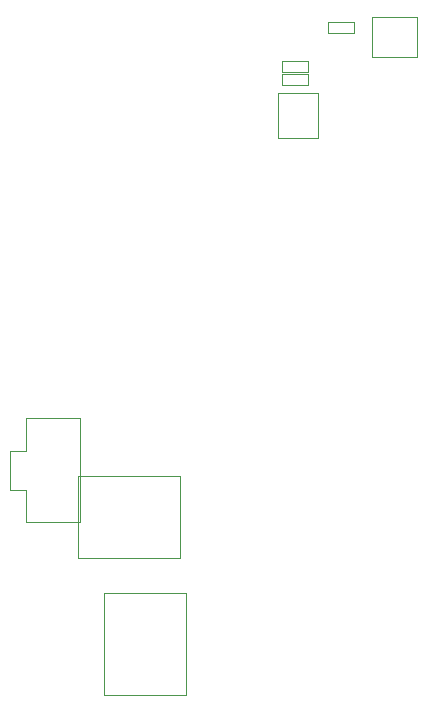
<source format=gbr>
G04 #@! TF.GenerationSoftware,KiCad,Pcbnew,8.99.0-3407-g6a48e2c35a*
G04 #@! TF.CreationDate,2025-03-01T14:51:43+00:00*
G04 #@! TF.ProjectId,DragonBoard,44726167-6f6e-4426-9f61-72642e6b6963,rev?*
G04 #@! TF.SameCoordinates,Original*
G04 #@! TF.FileFunction,Other,User*
%FSLAX46Y46*%
G04 Gerber Fmt 4.6, Leading zero omitted, Abs format (unit mm)*
G04 Created by KiCad (PCBNEW 8.99.0-3407-g6a48e2c35a) date 2025-03-01 14:51:43*
%MOMM*%
%LPD*%
G01*
G04 APERTURE LIST*
%ADD10C,0.050000*%
G04 APERTURE END LIST*
D10*
X116036620Y-39572640D02*
X116036620Y-38632640D01*
X116036620Y-38632640D02*
X113836620Y-38632640D01*
X113836620Y-39572640D02*
X116036620Y-39572640D01*
X113836620Y-38632640D02*
X113836620Y-39572640D01*
X121321620Y-41625486D02*
X117481620Y-41625486D01*
X121321620Y-38225486D02*
X121321620Y-41625486D01*
X117481620Y-41625486D02*
X117481620Y-38225486D01*
X117481620Y-38225486D02*
X121321620Y-38225486D01*
X92639100Y-77102600D02*
X92639100Y-84002600D01*
X92639100Y-84002600D02*
X101239100Y-84002600D01*
X101239100Y-77102600D02*
X92639100Y-77102600D01*
X101239100Y-84002600D02*
X101239100Y-77102600D01*
X94839100Y-87002600D02*
X94839100Y-95602600D01*
X94839100Y-95602600D02*
X101739100Y-95602600D01*
X101739100Y-87002600D02*
X94839100Y-87002600D01*
X101739100Y-95602600D02*
X101739100Y-87002600D01*
X109919286Y-43032964D02*
X109919286Y-43972964D01*
X109919286Y-43972964D02*
X112119286Y-43972964D01*
X112119286Y-43032964D02*
X109919286Y-43032964D01*
X112119286Y-43972964D02*
X112119286Y-43032964D01*
X109919286Y-41919050D02*
X109919286Y-42859050D01*
X109919286Y-42859050D02*
X112119286Y-42859050D01*
X112119286Y-41919050D02*
X109919286Y-41919050D01*
X112119286Y-42859050D02*
X112119286Y-41919050D01*
X109589120Y-44620140D02*
X112989120Y-44620140D01*
X109589120Y-48460140D02*
X109589120Y-44620140D01*
X112989120Y-44620140D02*
X112989120Y-48460140D01*
X112989120Y-48460140D02*
X109589120Y-48460140D01*
X86914100Y-74952600D02*
X86914100Y-78252600D01*
X86914100Y-78252600D02*
X88214100Y-78252600D01*
X88214100Y-72202600D02*
X88214100Y-74952600D01*
X88214100Y-74952600D02*
X86914100Y-74952600D01*
X88214100Y-78252600D02*
X88214100Y-81002600D01*
X88214100Y-81002600D02*
X92764100Y-81002600D01*
X92764100Y-72202600D02*
X88214100Y-72202600D01*
X92764100Y-81002600D02*
X92764100Y-72202600D01*
M02*

</source>
